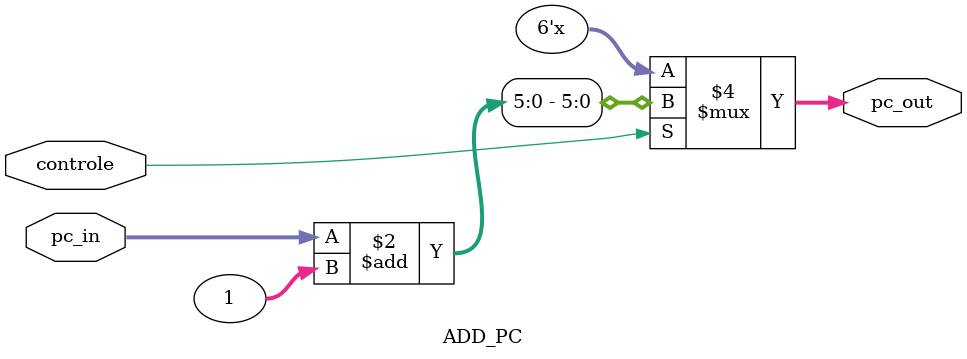
<source format=sv>
module ADD_PC(pc_in, pc_out, controle);
  input reg [5:0] pc_in;
  input controle;
  output reg [5:0] pc_out;
  
  always@(controle or pc_in)
  begin
    if(controle)
      pc_out = (pc_in+1);  
  end
endmodule


</source>
